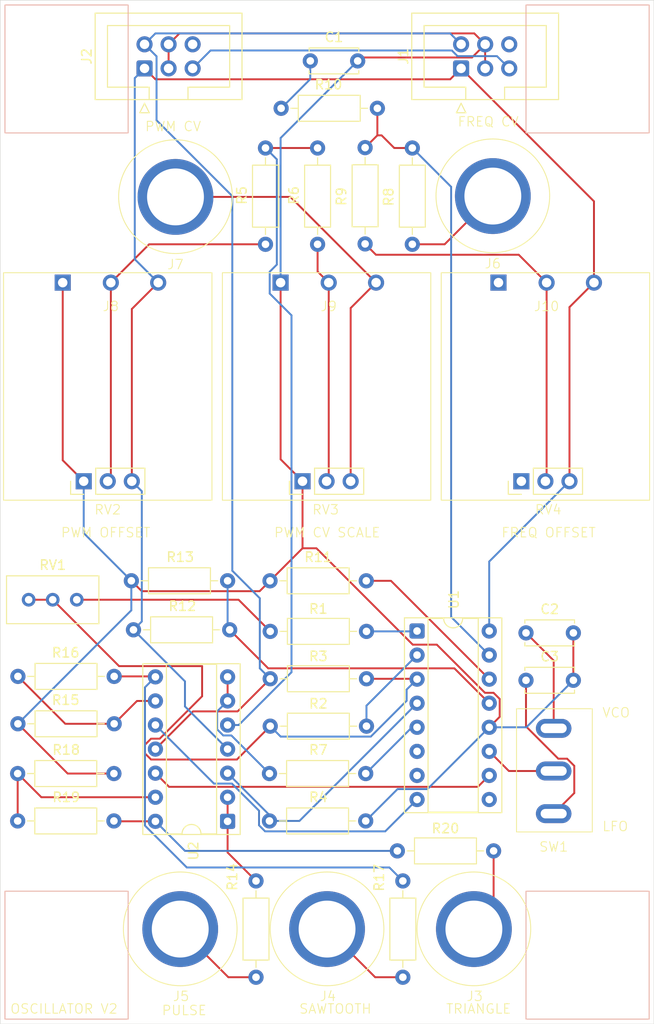
<source format=kicad_pcb>
(kicad_pcb (version 20241229) (generator "pcbnew") (generator_version "9.0")
  (layers (0 "F.Cu" signal) (2 "B.Cu" signal) (13 "F.Paste" user) (15 "B.Paste" user) (5 "F.SilkS" user "F.Silkscreen") (7 "B.SilkS" user "B.Silkscreen") (1 "F.Mask" user) (3 "B.Mask" user) (25 "Edge.Cuts" user))
  (net 0 "")
  (net 1 "Net-(C1-Pad1)")
  (net 2 "GND")
  (net 3 "Net-(SW1-A)")
  (net 4 "Net-(SW1-C)")
  (net 5 "Net-(R1-Pad1)")
  (net 6 "Net-(U1-SCALE1)")
  (net 7 "Net-(U1-VEE)")
  (net 8 "Net-(U1-SCALE2)")
  (net 9 "-12V")
  (net 10 "Net-(U1-VP)")
  (net 11 "Net-(U2B-+)")
  (net 12 "Net-(U1-VPWM)")
  (net 13 "Net-(U2B--)")
  (net 14 "Net-(U1-VFCI)")
  (net 15 "Net-(U1-VS)")
  (net 16 "12V")
  (net 17 "Net-(U1-VLFI)")
  (net 18 "5V")
  (net 19 "Net-(U2C--)")
  (net 20 "Net-(R16-Pad2)")
  (net 21 "Net-(U2D--)")
  (net 22 "Net-(U2A--)")
  (net 23 "Net-(R19-Pad2)")
  (net 24 "Net-(SW1-B)")
  (net 25 "Net-(U1-VSO)")
  (net 26 "Net-(U1-VTO)")
  (net 32 "Net-(J8-Pin_2)")
  (net 34 "Net-(J3-Pin_1)")
  (net 35 "Net-(J4-Pin_1)")
  (net 36 "Net-(J5-Pin_1)")
  (net 37 "Net-(J6-Pin_1)")
  (net 38 "Net-(J7-Pin_1)")
  (net 39 "Net-(J9-Pin_2)")
  (net 41 "Net-(J10-Pin_2)")
  (footprint "Resistor_THT:R_Axial_DIN0207_L6.3mm_D2.5mm_P10.16mm_Horizontal" (layer "F.Cu") (at 89.08 107.59 180)
    (property "Reference" "R7" (at 5 2.5 0) (layer "F.SilkS"))
    (property "Value" "470K")
    (pad "1" thru_hole circle (at 0 0 180) (size 1.6 1.6) (drill 0.8) (layers "*.Cu" "*.Mask") (net 12 "Net-(U1-VPWM)"))
    (pad "2" thru_hole circle (at 10.16 0 180) (size 1.6 1.6) (drill 0.8) (layers "*.Cu" "*.Mask") (net 13 "Net-(U2B--)"))
  )
  (footprint "Resistor_THT:R_Axial_DIN0207_L6.3mm_D2.5mm_P10.16mm_Horizontal" (layer "F.Cu") (at 52.366658 102.339627)
    (property "Reference" "R15" (at 5.04 -2.5 0) (layer "F.SilkS"))
    (property "Value" "100K")
    (pad "1" thru_hole circle (at 0 0) (size 1.6 1.6) (drill 0.8) (layers "*.Cu" "*.Mask") (net 2 "GND"))
    (pad "2" thru_hole circle (at 10.16 0) (size 1.6 1.6) (drill 0.8) (layers "*.Cu" "*.Mask") (net 19 "Net-(U2C--)"))
  )
  (footprint "Resistor_THT:R_Axial_DIN0207_L6.3mm_D2.5mm_P10.16mm_Horizontal" (layer "F.Cu") (at 93 118.92 -90)
    (property "Reference" "R17" (at -0.34 2.5 90) (layer "F.SilkS"))
    (property "Value" "1K")
    (pad "1" thru_hole circle (at 0 0 270) (size 1.6 1.6) (drill 0.8) (layers "*.Cu" "*.Mask") (net 20 "Net-(R16-Pad2)"))
    (pad "2" thru_hole circle (at 10.16 0 270) (size 1.6 1.6) (drill 0.8) (layers "*.Cu" "*.Mask") (net 35 "Net-(J4-Pin_1)"))
  )
  (footprint "Resistor_THT:R_Axial_DIN0207_L6.3mm_D2.5mm_P10.16mm_Horizontal" (layer "F.Cu") (at 74.5 87.25 180)
    (property "Reference" "R13" (at 5 2.5 0) (layer "F.SilkS"))
    (property "Value" "470")
    (pad "1" thru_hole circle (at 0 0 180) (size 1.6 1.6) (drill 0.8) (layers "*.Cu" "*.Mask") (net 17 "Net-(U1-VLFI)"))
    (pad "2" thru_hole circle (at 10.16 0 180) (size 1.6 1.6) (drill 0.8) (layers "*.Cu" "*.Mask") (net 2 "GND"))
  )
  (footprint "modular2:pot" (layer "F.Cu") (at 85.175 58.795)
    (property "Reference" "J9" (at 0 -0.5 0) (layer "F.SilkS") (effects (font (thickness 0.1))))
    (property "Value" "Conn_01x03_Socket")
    (pad "1" thru_hole rect (at -5.08 -3 90) (size 1.7 1.7) (drill 1) (layers "*.Cu" "*.Mask") (net 2 "GND"))
    (pad "2" thru_hole circle (at 0 -3 90) (size 1.7 1.7) (drill 1) (layers "*.Cu" "*.Mask") (net 39 "Net-(J9-Pin_2)"))
    (pad "3" thru_hole circle (at 5 -3 90) (size 1.7 1.7) (drill 1) (layers "*.Cu" "*.Mask") (net 38 "Net-(J7-Pin_1)"))
  )
  (footprint "Resistor_THT:R_Axial_DIN0207_L6.3mm_D2.5mm_P10.16mm_Horizontal" (layer "F.Cu") (at 84 41.59 -90)
    (property "Reference" "R6" (at 5 2.5 90) (layer "F.SilkS"))
    (property "Value" "100K")
    (pad "1" thru_hole circle (at 0 0 270) (size 1.6 1.6) (drill 0.8) (layers "*.Cu" "*.Mask") (net 11 "Net-(U2B-+)"))
    (pad "2" thru_hole circle (at 10.16 0 270) (size 1.6 1.6) (drill 0.8) (layers "*.Cu" "*.Mask") (net 39 "Net-(J9-Pin_2)"))
  )
  (footprint "Resistor_THT:R_Axial_DIN0207_L6.3mm_D2.5mm_P10.16mm_Horizontal" (layer "F.Cu") (at 80.151 37.401)
    (property "Reference" "R10" (at 5 -2.5 0) (layer "F.SilkS"))
    (property "Value" "470")
    (pad "1" thru_hole circle (at 0 0) (size 1.6 1.6) (drill 0.8) (layers "*.Cu" "*.Mask") (net 1 "Net-(C1-Pad1)"))
    (pad "2" thru_hole circle (at 10.16 0) (size 1.6 1.6) (drill 0.8) (layers "*.Cu" "*.Mask") (net 14 "Net-(U1-VFCI)"))
  )
  (footprint "Resistor_THT:R_Axial_DIN0207_L6.3mm_D2.5mm_P10.16mm_Horizontal" (layer "F.Cu") (at 78.5 41.59 -90)
    (property "Reference" "R5" (at 5 2.5 90) (layer "F.SilkS"))
    (property "Value" "100K")
    (pad "1" thru_hole circle (at 0 0 270) (size 1.6 1.6) (drill 0.8) (layers "*.Cu" "*.Mask") (net 11 "Net-(U2B-+)"))
    (pad "2" thru_hole circle (at 10.16 0 270) (size 1.6 1.6) (drill 0.8) (layers "*.Cu" "*.Mask") (net 32 "Net-(J8-Pin_2)"))
  )
  (footprint "modular2:banana-jack" (layer "F.Cu") (at 102.5 60.662469)
    (property "Reference" "J6" (at 0 -6.872469 0) (layer "F.SilkS") (effects (font (thickness 0.1))))
    (property "Value" "Frequency CV Input")
    (pad "1" thru_hole circle (at 0 -14) (size 8 8) (drill 6) (layers "*.Cu" "*.Mask") (net 37 "Net-(J6-Pin_1)"))
  )
  (footprint "Resistor_THT:R_Axial_DIN0207_L6.3mm_D2.5mm_P10.16mm_Horizontal" (layer "F.Cu") (at 79 97.59)
    (property "Reference" "R3" (at 5.08 -2.37 0) (layer "F.SilkS"))
    (property "Value" "620")
    (pad "1" thru_hole circle (at 0 0) (size 1.6 1.6) (drill 0.8) (layers "*.Cu" "*.Mask") (net 9 "-12V"))
    (pad "2" thru_hole circle (at 10.16 0) (size 1.6 1.6) (drill 0.8) (layers "*.Cu" "*.Mask") (net 7 "Net-(U1-VEE)"))
  )
  (footprint "Resistor_THT:R_Axial_DIN0207_L6.3mm_D2.5mm_P10.16mm_Horizontal" (layer "F.Cu") (at 92.42 115.75)
    (property "Reference" "R20" (at 5.08 -2.37 0) (layer "F.SilkS"))
    (property "Value" "1K")
    (pad "1" thru_hole circle (at 0 0) (size 1.6 1.6) (drill 0.8) (layers "*.Cu" "*.Mask") (net 23 "Net-(R19-Pad2)"))
    (pad "2" thru_hole circle (at 10.16 0) (size 1.6 1.6) (drill 0.8) (layers "*.Cu" "*.Mask") (net 34 "Net-(J3-Pin_1)"))
  )
  (footprint "Resistor_THT:R_Axial_DIN0207_L6.3mm_D2.5mm_P10.16mm_Horizontal" (layer "F.Cu") (at 77.5 129.08 90)
    (property "Reference" "R14" (at 10.58 -2.5 270) (layer "F.SilkS"))
    (property "Value" "1K")
    (pad "1" thru_hole circle (at 0 0 90) (size 1.6 1.6) (drill 0.8) (layers "*.Cu" "*.Mask") (net 36 "Net-(J5-Pin_1)"))
    (pad "2" thru_hole circle (at 10.16 0 90) (size 1.6 1.6) (drill 0.8) (layers "*.Cu" "*.Mask") (net 22 "Net-(U2A--)"))
  )
  (footprint "modular2:banana-jack" (layer "F.Cu") (at 69 60.75)
    (property "Reference" "J7" (at 0 -6.872469 0) (layer "F.SilkS") (effects (font (thickness 0.1))))
    (property "Value" "PWM CV Input")
    (pad "1" thru_hole circle (at 0 -14) (size 8 8) (drill 6) (layers "*.Cu" "*.Mask") (net 38 "Net-(J7-Pin_1)"))
  )
  (footprint "Capacitor_THT:C_Disc_D5.0mm_W2.5mm_P5.00mm" (layer "F.Cu") (at 83.231 32.401)
    (property "Reference" "C1" (at 2.5 -2.5 0) (layer "F.SilkS"))
    (property "Value" "10nF")
    (pad "1" thru_hole circle (at 0 0) (size 1.6 1.6) (drill 0.8) (layers "*.Cu" "*.Mask") (net 1 "Net-(C1-Pad1)"))
    (pad "2" thru_hole circle (at 5 0) (size 1.6 1.6) (drill 0.8) (layers "*.Cu" "*.Mask") (net 2 "GND"))
  )
  (footprint "modular2:pot-socket" (layer "F.Cu") (at 60.85 68.75)
    (property "Reference" "RV2" (at 1 11 0) (layer "F.SilkS") (effects (font (thickness 0.1))))
    (property "Value" "100K")
    (pad "" np_thru_hole circle (at -7.5 -11.5) (size 2.2 2.2) (drill 2.2) (layers "*.Cu" "*.Mask"))
    (pad "" np_thru_hole circle (at 9.55 -11.5) (size 2.2 2.2) (drill 2.2) (layers "*.Cu" "*.Mask"))
    (pad "1" thru_hole rect (at -1.54 8 90) (size 1.7 1.7) (drill 1) (layers "*.Cu" "*.Mask") (net 2 "GND"))
    (pad "2" thru_hole circle (at 1 8 90) (size 1.7 1.7) (drill 1) (layers "*.Cu" "*.Mask") (net 32 "Net-(J8-Pin_2)"))
    (pad "3" thru_hole circle (at 3.54 8 90) (size 1.7 1.7) (drill 1) (layers "*.Cu" "*.Mask") (net 16 "12V"))
  )
  (footprint "Resistor_THT:R_Axial_DIN0207_L6.3mm_D2.5mm_P10.16mm_Horizontal" (layer "F.Cu") (at 62.5 107.59 180)
    (property "Reference" "R18" (at 5.04 2.5 0) (layer "F.SilkS"))
    (property "Value" "13K")
    (pad "1" thru_hole circle (at 0 0 180) (size 1.6 1.6) (drill 0.8) (layers "*.Cu" "*.Mask") (net 2 "GND"))
    (pad "2" thru_hole circle (at 10.16 0 180) (size 1.6 1.6) (drill 0.8) (layers "*.Cu" "*.Mask") (net 21 "Net-(U2D--)"))
  )
  (footprint "Connector_IDC:IDC-Header_2x03_P2.54mm_Vertical" (layer "F.Cu") (at 65.731 33.191 90)
    (property "Reference" "J2" (at 1.27 -6.1 90) (layer "F.SilkS"))
    (property "Value" "Output")
    (pad "1" thru_hole roundrect (at 0 0 90) (size 1.7 1.7) (drill 1) (layers "*.Cu" "*.Mask") (roundrect_rratio 0.147059) (net 16 "12V"))
    (pad "2" thru_hole circle (at 2.54 0 90) (size 1.7 1.7) (drill 1) (layers "*.Cu" "*.Mask") (net 9 "-12V"))
    (pad "3" thru_hole circle (at 0 2.54 90) (size 1.7 1.7) (drill 1) (layers "*.Cu" "*.Mask") (net 2 "GND"))
    (pad "4" thru_hole circle (at 2.54 2.54 90) (size 1.7 1.7) (drill 1) (layers "*.Cu" "*.Mask") (net 2 "GND"))
    (pad "5" thru_hole circle (at 0 5.08 90) (size 1.7 1.7) (drill 1) (layers "*.Cu" "*.Mask") (net 18 "5V"))
    (pad "6" thru_hole circle (at 2.54 5.08 90) (size 1.7 1.7) (drill 1) (layers "*.Cu" "*.Mask"))
  )
  (footprint "Resistor_THT:R_Axial_DIN0207_L6.3mm_D2.5mm_P10.16mm_Horizontal" (layer "F.Cu") (at 89.016549 51.710809 90)
    (property "Reference" "R9" (at 5 -2.5 90) (layer "F.SilkS"))
    (property "Value" "100K")
    (pad "1" thru_hole circle (at 0 0 90) (size 1.6 1.6) (drill 0.8) (layers "*.Cu" "*.Mask") (net 41 "Net-(J10-Pin_2)"))
    (pad "2" thru_hole circle (at 10.16 0 90) (size 1.6 1.6) (drill 0.8) (layers "*.Cu" "*.Mask") (net 14 "Net-(U1-VFCI)"))
  )
  (footprint "modular2:pot-socket" (layer "F.Cu") (at 83.95 68.75)
    (property "Reference" "RV3" (at 0.9 11 0) (layer "F.SilkS") (effects (font (thickness 0.1))))
    (property "Value" "100K")
    (pad "" np_thru_hole circle (at -7.5 -11.5) (size 2.2 2.2) (drill 2.2) (layers "*.Cu" "*.Mask"))
    (pad "" np_thru_hole circle (at 9.55 -11.5) (size 2.2 2.2) (drill 2.2) (layers "*.Cu" "*.Mask"))
    (pad "1" thru_hole rect (at -1.54 8 90) (size 1.7 1.7) (drill 1) (layers "*.Cu" "*.Mask") (net 2 "GND"))
    (pad "2" thru_hole circle (at 1 8 90) (size 1.7 1.7) (drill 1) (layers "*.Cu" "*.Mask") (net 39 "Net-(J9-Pin_2)"))
    (pad "3" thru_hole circle (at 3.54 8 90) (size 1.7 1.7) (drill 1) (layers "*.Cu" "*.Mask") (net 38 "Net-(J7-Pin_1)"))
  )
  (footprint "modular2:switch1" (layer "F.Cu") (at 108.921738 115.821456)
    (property "Reference" "SW1" (at 0 -0.5 0) (layer "F.SilkS") (effects (font (thickness 0.1))))
    (property "Value" "LFO Switch")
    (pad "1" thru_hole oval (at 0 -4) (size 3.75 2) (drill oval 2.75 1) (layers "*.Cu" "*.Mask") (net 4 "Net-(SW1-C)"))
    (pad "2" thru_hole oval (at 0 -8.5) (size 3.75 2) (drill oval 2.75 1) (layers "*.Cu" "*.Mask") (net 24 "Net-(SW1-B)"))
    (pad "3" thru_hole oval (at 0 -13) (size 3.75 2) (drill oval 2.75 1) (layers "*.Cu" "*.Mask") (net 3 "Net-(SW1-A)"))
  )
  (footprint "Potentiometer_THT:Potentiometer_Bourns_3296W_Vertical" (layer "F.Cu") (at 58.58 89.25)
    (property "Reference" "RV1" (at -2.54 -3.66 0) (layer "F.SilkS"))
    (property "Value" "10K")
    (pad "1" thru_hole circle (at 0 0) (size 1.44 1.44) (drill 0.8) (layers "*.Cu" "*.Mask") (net 5 "Net-(R1-Pad1)"))
    (pad "2" thru_hole circle (at -2.54 0) (size 1.44 1.44) (drill 0.8) (layers "*.Cu" "*.Mask") (net 7 "Net-(U1-VEE)"))
    (pad "3" thru_hole circle (at -5.08 0) (size 1.44 1.44) (drill 0.8) (layers "*.Cu" "*.Mask") (net 7 "Net-(U1-VEE)"))
  )
  (footprint "modular2:pot" (layer "F.Cu") (at 62.175 58.795)
    (property "Reference" "J8" (at 0 -0.5 0) (layer "F.SilkS") (effects (font (thickness 0.1))))
    (property "Value" "Conn_01x03_Socket")
    (pad "1" thru_hole rect (at -5.08 -3 90) (size 1.7 1.7) (drill 1) (layers "*.Cu" "*.Mask") (net 2 "GND"))
    (pad "2" thru_hole circle (at 0 -3 90) (size 1.7 1.7) (drill 1) (layers "*.Cu" "*.Mask") (net 32 "Net-(J8-Pin_2)"))
    (pad "3" thru_hole circle (at 5 -3 90) (size 1.7 1.7) (drill 1) (layers "*.Cu" "*.Mask") (net 16 "12V"))
  )
  (footprint "Resistor_THT:R_Axial_DIN0207_L6.3mm_D2.5mm_P10.16mm_Horizontal" (layer "F.Cu") (at 74.724244 92.424393 180)
    (property "Reference" "R12" (at 5 2.5 0) (layer "F.SilkS"))
    (property "Value" "1.5M")
    (pad "1" thru_hole circle (at 0 0 180) (size 1.6 1.6) (drill 0.8) (layers "*.Cu" "*.Mask") (net 17 "Net-(U1-VLFI)"))
    (pad "2" thru_hole circle (at 10.16 0 180) (size 1.6 1.6) (drill 0.8) (layers "*.Cu" "*.Mask") (net 16 "12V"))
  )
  (footprint "Package_DIP:DIP-16_W7.62mm_Socket" (layer "F.Cu") (at 94.5 92.55)
    (property "Reference" "U1" (at 3.885 -3.315 90) (layer "F.SilkS"))
    (property "Value" "AS3340-custom")
    (pad "1" thru_hole roundrect (at 0 0) (size 1.6 1.6) (drill 0.8) (layers "*.Cu" "*.Mask") (roundrect_rratio 0.15625) (net 6 "Net-(U1-SCALE1)"))
    (pad "2" thru_hole circle (at 0 2.54) (size 1.6 1.6) (drill 0.8) (layers "*.Cu" "*.Mask") (net 8 "Net-(U1-SCALE2)"))
    (pad "3" thru_hole circle (at 0 5.08) (size 1.6 1.6) (drill 0.8) (layers "*.Cu" "*.Mask") (net 7 "Net-(U1-VEE)"))
    (pad "4" thru_hole circle (at 0 7.62) (size 1.6 1.6) (drill 0.8) (layers "*.Cu" "*.Mask") (net 10 "Net-(U1-VP)"))
    (pad "5" thru_hole circle (at 0 10.16) (size 1.6 1.6) (drill 0.8) (layers "*.Cu" "*.Mask") (net 12 "Net-(U1-VPWM)"))
    (pad "6" thru_hole circle (at 0 12.7) (size 1.6 1.6) (drill 0.8) (layers "*.Cu" "*.Mask"))
    (pad "7" thru_hole circle (at 0 15.24) (size 1.6 1.6) (drill 0.8) (layers "*.Cu" "*.Mask"))
    (pad "8" thru_hole circle (at 0 17.78) (size 1.6 1.6) (drill 0.8) (layers "*.Cu" "*.Mask") (net 25 "Net-(U1-VSO)"))
    (pad "9" thru_hole circle (at 7.62 17.78) (size 1.6 1.6) (drill 0.8) (layers "*.Cu" "*.Mask"))
    (pad "10" thru_hole circle (at 7.62 15.24) (size 1.6 1.6) (drill 0.8) (layers "*.Cu" "*.Mask") (net 26 "Net-(U1-VTO)"))
    (pad "11" thru_hole circle (at 7.62 12.7) (size 1.6 1.6) (drill 0.8) (layers "*.Cu" "*.Mask") (net 24 "Net-(SW1-B)"))
    (pad "12" thru_hole circle (at 7.62 10.16) (size 1.6 1.6) (drill 0.8) (layers "*.Cu" "*.Mask") (net 2 "GND"))
    (pad "13" thru_hole circle (at 7.62 7.62) (size 1.6 1.6) (drill 0.8) (layers "*.Cu" "*.Mask") (net 17 "Net-(U1-VLFI)"))
    (pad "14" thru_hole circle (at 7.62 5.08) (size 1.6 1.6) (drill 0.8) (layers "*.Cu" "*.Mask") (net 15 "Net-(U1-VS)"))
    (pad "15" thru_hole circle (at 7.62 2.54) (size 1.6 1.6) (drill 0.8) (layers "*.Cu" "*.Mask") (net 14 "Net-(U1-VFCI)"))
    (pad "16" thru_hole circle (at 7.62 0) (size 1.6 1.6) (drill 0.8) (layers "*.Cu" "*.Mask") (net 16 "12V"))
  )
  (footprint "modular2:banana-jack" (layer "F.Cu") (at 100.5 124)
    (property "Reference" "J3" (at 0.09 7.087531 0) (layer "F.SilkS") (effects (font (thickness 0.1))))
    (property "Value" "Triangle Output")
    (pad "1" thru_hole circle (at 0 0) (size 8 8) (drill 6) (layers "*.Cu" "*.Mask") (net 34 "Net-(J3-Pin_1)"))
  )
  (footprint "Resistor_THT:R_Axial_DIN0207_L6.3mm_D2.5mm_P10.16mm_Horizontal" (layer "F.Cu") (at 52.34 112.59)
    (property "Reference" "R19" (at 5.12 -2.5 0) (layer "F.SilkS"))
    (property "Value" "20K")
    (pad "1" thru_hole circle (at 0 0) (size 1.6 1.6) (drill 0.8) (layers "*.Cu" "*.Mask") (net 21 "Net-(U2D--)"))
    (pad "2" thru_hole circle (at 10.16 0) (size 1.6 1.6) (drill 0.8) (layers "*.Cu" "*.Mask") (net 23 "Net-(R19-Pad2)"))
  )
  (footprint "Package_DIP:DIP-14_W7.62mm_Socket" (layer "F.Cu") (at 74.5 112.63 180)
    (property "Reference" "U2" (at 3.6 -3.12 90) (layer "F.SilkS"))
    (property "Value" "TL074")
    (pad "1" thru_hole roundrect (at 0 0 180) (size 1.6 1.6) (drill 0.8) (layers "*.Cu" "*.Mask") (roundrect_rratio 0.15625) (net 22 "Net-(U2A--)"))
    (pad "2" thru_hole circle (at 0 2.54 180) (size 1.6 1.6) (drill 0.8) (layers "*.Cu" "*.Mask") (net 22 "Net-(U2A--)"))
    (pad "3" thru_hole circle (at 0 5.08 180) (size 1.6 1.6) (drill 0.8) (layers "*.Cu" "*.Mask") (net 10 "Net-(U1-VP)"))
    (pad "4" thru_hole circle (at 0 7.62 180) (size 1.6 1.6) (drill 0.8) (layers "*.Cu" "*.Mask") (net 16 "12V"))
    (pad "5" thru_hole circle (at 0 10.16 180) (size 1.6 1.6) (drill 0.8) (layers "*.Cu" "*.Mask") (net 11 "Net-(U2B-+)"))
    (pad "6" thru_hole circle (at 0 12.7 180) (size 1.6 1.6) (drill 0.8) (layers "*.Cu" "*.Mask") (net 13 "Net-(U2B--)"))
    (pad "7" thru_hole circle (at 0 15.24 180) (size 1.6 1.6) (drill 0.8) (layers "*.Cu" "*.Mask") (net 13 "Net-(U2B--)"))
    (pad "8" thru_hole circle (at 7.62 15.24 180) (size 1.6 1.6) (drill 0.8) (layers "*.Cu" "*.Mask") (net 20 "Net-(R16-Pad2)"))
    (pad "9" thru_hole circle (at 7.62 12.7 180) (size 1.6 1.6) (drill 0.8) (layers "*.Cu" "*.Mask") (net 19 "Net-(U2C--)"))
    (pad "10" thru_hole circle (at 7.62 10.16 180) (size 1.6 1.6) (drill 0.8) (layers "*.Cu" "*.Mask") (net 25 "Net-(U1-VSO)"))
    (pad "11" thru_hole circle (at 7.62 7.62 180) (size 1.6 1.6) (drill 0.8) (layers "*.Cu" "*.Mask") (net 9 "-12V"))
    (pad "12" thru_hole circle (at 7.62 5.08 180) (size 1.6 1.6) (drill 0.8) (layers "*.Cu" "*.Mask") (net 26 "Net-(U1-VTO)"))
    (pad "13" thru_hole circle (at 7.62 2.54 180) (size 1.6 1.6) (drill 0.8) (layers "*.Cu" "*.Mask") (net 21 "Net-(U2D--)"))
    (pad "14" thru_hole circle (at 7.62 0 180) (size 1.6 1.6) (drill 0.8) (layers "*.Cu" "*.Mask") (net 23 "Net-(R19-Pad2)"))
  )
  (footprint "modular2:pot-socket" (layer "F.Cu") (at 107.05 68.75)
    (property "Reference" "RV4" (at 1.3 11 0) (layer "F.SilkS") (effects (font (thickness 0.1))))
    (property "Value" "100K")
    (pad "" np_thru_hole circle (at -7.5 -11.5) (size 2.2 2.2) (drill 2.2) (layers "*.Cu" "*.Mask"))
    (pad "" np_thru_hole circle (at 9.55 -11.5) (size 2.2 2.2) (drill 2.2) (layers "*.Cu" "*.Mask"))
    (pad "1" thru_hole rect (at -1.54 8 90) (size 1.7 1.7) (drill 1) (layers "*.Cu" "*.Mask"))
    (pad "2" thru_hole circle (at 1 8 90) (size 1.7 1.7) (drill 1) (layers "*.Cu" "*.Mask") (net 41 "Net-(J10-Pin_2)"))
    (pad "3" thru_hole circle (at 3.54 8 90) (size 1.7 1.7) (drill 1) (layers "*.Cu" "*.Mask") (net 16 "12V"))
  )
  (footprint "Resistor_THT:R_Axial_DIN0207_L6.3mm_D2.5mm_P10.16mm_Horizontal" (layer "F.Cu") (at 89.139113 87.254358 180)
    (property "Reference" "R11" (at 5.08 2.5 0) (layer "F.SilkS"))
    (property "Value" "1.8K")
    (pad "1" thru_hole circle (at 0 0 180) (size 1.6 1.6) (drill 0.8) (layers "*.Cu" "*.Mask") (net 15 "Net-(U1-VS)"))
    (pad "2" thru_hole circle (at 10.16 0 180) (size 1.6 1.6) (drill 0.8) (layers "*.Cu" "*.Mask") (net 2 "GND"))
  )
  (footprint "Resistor_THT:R_Axial_DIN0207_L6.3mm_D2.5mm_P10.16mm_Horizontal" (layer "F.Cu") (at 94 51.75 90)
    (property "Reference" "R8" (at 5 -2.5 90) (layer "F.SilkS"))
    (property "Value" "100K")
    (pad "1" thru_hole circle (at 0 0 90) (size 1.6 1.6) (drill 0.8) (layers "*.Cu" "*.Mask") (net 37 "Net-(J6-Pin_1)"))
    (pad "2" thru_hole circle (at 10.16 0 90) (size 1.6 1.6) (drill 0.8) (layers "*.Cu" "*.Mask") (net 14 "Net-(U1-VFCI)"))
  )
  (footprint "modular2:pot" (layer "F.Cu") (at 108.175 58.795)
    (property "Reference" "J10" (at 0 -0.5 0) (layer "F.SilkS") (effects (font (thickness 0.1))))
    (property "Value" "Conn_01x03_Socket")
    (pad "1" thru_hole rect (at -5.08 -3 90) (size 1.7 1.7) (drill 1) (layers "*.Cu" "*.Mask"))
    (pad "2" thru_hole circle (at 0 -3 90) (size 1.7 1.7) (drill 1) (layers "*.Cu" "*.Mask") (net 41 "Net-(J10-Pin_2)"))
    (pad "3" thru_hole circle (at 5 -3 90) (size 1.7 1.7) (drill 1) (layers "*.Cu" "*.Mask") (net 16 "12V"))
  )
  (footprint "Resistor_THT:R_Axial_DIN0207_L6.3mm_D2.5mm_P10.16mm_Horizontal" (layer "F.Cu") (at 79 102.59)
    (property "Reference" "R2" (at 5.08 -2.37 0) (layer "F.SilkS"))
    (property "Value" "5.6K")
    (pad "1" thru_hole circle (at 0 0) (size 1.6 1.6) (drill 0.8) (layers "*.Cu" "*.Mask") (net 7 "Net-(U1-VEE)"))
    (pad "2" thru_hole circle (at 10.16 0) (size 1.6 1.6) (drill 0.8) (layers "*.Cu" "*.Mask") (net 8 "Net-(U1-SCALE2)"))
  )
  (footprint "Connector_IDC:IDC-Header_2x03_P2.54mm_Vertical" (layer "F.Cu") (at 99.151 33.191 90)
    (property "Reference" "J1" (at 1.27 -6.1 90) (layer "F.SilkS"))
    (property "Value" "Output")
    (pad "1" thru_hole roundrect (at 0 0 90) (size 1.7 1.7) (drill 1) (layers "*.Cu" "*.Mask") (roundrect_rratio 0.147059) (net 16 "12V"))
    (pad "2" thru_hole circle (at 2.54 0 90) (size 1.7 1.7) (drill 1) (layers "*.Cu" "*.Mask") (net 9 "-12V"))
    (pad "3" thru_hole circle (at 0 2.54 90) (size 1.7 1.7) (drill 1) (layers "*.Cu" "*.Mask") (net 2 "GND"))
    (pad "4" thru_hole circle (at 2.54 2.54 90) (size 1.7 1.7) (drill 1) (layers "*.Cu" "*.Mask") (net 2 "GND"))
    (pad "5" thru_hole circle (at 0 5.08 90) (size 1.7 1.7) (drill 1) (layers "*.Cu" "*.Mask") (net 18 "5V"))
    (pad "6" thru_hole circle (at 2.54 5.08 90) (size 1.7 1.7) (drill 1) (layers "*.Cu" "*.Mask"))
  )
  (footprint "Resistor_THT:R_Axial_DIN0207_L6.3mm_D2.5mm_P10.16mm_Horizontal" (layer "F.Cu") (at 89.08 112.59 180)
    (property "Reference" "R4" (at 5 2.5 0) (layer "F.SilkS"))
    (property "Value" "51K")
    (pad "1" thru_hole circle (at 0 0 180) (size 1.6 1.6) (drill 0.8) (layers "*.Cu" "*.Mask") (net 2 "GND"))
    (pad "2" thru_hole circle (at 10.16 0 180) (size 1.6 1.6) (drill 0.8) (layers "*.Cu" "*.Mask") (net 10 "Net-(U1-VP)"))
  )
  (footprint "modular2:banana-jack" (layer "F.Cu") (at 85 124)
    (property "Reference" "J4" (at 0.09 7.087531 0) (layer "F.SilkS") (effects (font (thickness 0.1))))
    (property "Value" "Saw Output")
    (pad "1" thru_hole circle (at 0 0) (size 8 8) (drill 6) (layers "*.Cu" "*.Mask") (net 35 "Net-(J4-Pin_1)"))
  )
  (footprint "Capacitor_THT:C_Disc_D5.0mm_W2.5mm_P5.00mm" (layer "F.Cu") (at 106 92.75)
    (property "Reference" "C2" (at 2.5 -2.5 0) (layer "F.SilkS"))
    (property "Value" "4.7nF")
    (pad "1" thru_hole circle (at 0 0) (size 1.6 1.6) (drill 0.8) (layers "*.Cu" "*.Mask") (net 3 "Net-(SW1-A)"))
    (pad "2" thru_hole circle (at 5 0) (size 1.6 1.6) (drill 0.8) (layers "*.Cu" "*.Mask") (net 2 "GND"))
  )
  (footprint "modular2:banana-jack" (layer "F.Cu") (at 69.5 124)
    (property "Reference" "J5" (at 0.09 7.087531 0) (layer "F.SilkS") (effects (font (thickness 0.1))))
    (property "Value" "Pulse Output")
    (pad "1" thru_hole circle (at 0 0) (size 8 8) (drill 6) (layers "*.Cu" "*.Mask") (net 36 "Net-(J5-Pin_1)"))
  )
  (footprint "Capacitor_THT:C_Disc_D5.0mm_W2.5mm_P5.00mm" (layer "F.Cu") (at 106 97.75)
    (property "Reference" "C3" (at 2.5 -2.5 0) (layer "F.SilkS"))
    (property "Value" "470nF")
    (pad "1" thru_hole circle (at 0 0) (size 1.6 1.6) (drill 0.8) (layers "*.Cu" "*.Mask") (net 4 "Net-(SW1-C)"))
    (pad "2" thru_hole circle (at 5 0) (size 1.6 1.6) (drill 0.8) (layers "*.Cu" "*.Mask") (net 2 "GND"))
  )
  (footprint "Resistor_THT:R_Axial_DIN0207_L6.3mm_D2.5mm_P10.16mm_Horizontal" (layer "F.Cu") (at 52.366658 97.339627)
    (property "Reference" "R16" (at 5.04 -2.5 0) (layer "F.SilkS"))
    (property "Value" "24K")
    (pad "1" thru_hole circle (at 0 0) (size 1.6 1.6) (drill 0.8) (layers "*.Cu" "*.Mask") (net 19 "Net-(U2C--)"))
    (pad "2" thru_hole circle (at 10.16 0) (size 1.6 1.6) (drill 0.8) (layers "*.Cu" "*.Mask") (net 20 "Net-(R16-Pad2)"))
  )
  (footprint "Resistor_THT:R_Axial_DIN0207_L6.3mm_D2.5mm_P10.16mm_Horizontal" (layer "F.Cu") (at 79 92.59)
    (property "Reference" "R1" (at 5.08 -2.37 0) (layer "F.SilkS"))
    (property "Value" "24K")
    (pad "1" thru_hole circle (at 0 0) (size 1.6 1.6) (drill 0.8) (layers "*.Cu" "*.Mask") (net 5 "Net-(R1-Pad1)"))
    (pad "2" thru_hole circle (at 10.16 0) (size 1.6 1.6) (drill 0.8) (layers "*.Cu" "*.Mask") (net 6 "Net-(U1-SCALE1)"))
  )
  (gr_rect (start 105 100.75) (end 113 113.75) (stroke (width 0.1)) (fill no) (layer "F.SilkS"))
  (gr_rect (start 106 120) (end 119 133.5) (stroke (width 0.1)) (fill no) (layer "B.SilkS"))
  (gr_rect (start 106 26.5) (end 119 40) (stroke (width 0.1)) (fill no) (layer "B.SilkS"))
  (gr_rect (start 51 120) (end 64 133.5) (stroke (width 0.1)) (fill no) (layer "B.SilkS"))
  (gr_rect (start 51 26.5) (end 64 40) (stroke (width 0.1)) (fill no) (layer "B.SilkS"))
  (gr_rect (start 50.5 26) (end 119.5 134) (stroke (width 0.05)) (fill no) (layer "Edge.Cuts"))
  (gr_text "PWM OFFSET" (at 56.85 82.75 0) (layer "F.SilkS") (effects (font (size 1 1) (thickness 0.1)) (justify left bottom)))
  (gr_text "SAWTOOTH" (at 82 133 0) (layer "F.SilkS") (effects (font (size 1 1) (thickness 0.1)) (justify left bottom)))
  (gr_text "FREQ OFFSET" (at 103.35 82.75 0) (layer "F.SilkS") (effects (font (size 1 1) (thickness 0.1)) (justify left bottom)))
  (gr_text "PWM CV SCALE" (at 79.35 82.75 0) (layer "F.SilkS") (effects (font (size 1 1) (thickness 0.1)) (justify left bottom)))
  (gr_text "LFO" (at 114 113.75 0) (layer "F.SilkS") (effects (font (size 1 1) (thickness 0.1)) (justify left bottom)))
  (gr_text "VCO" (at 114 101.75 0) (layer "F.SilkS") (effects (font (size 1 1) (thickness 0.1)) (justify left bottom)))
  (gr_text "OSCILLATOR V2" (at 51.5 133 0) (layer "F.SilkS") (effects (font (size 1 1) (thickness 0.1)) (justify left bottom)))
  (gr_text "FREQ CV" (at 98.731 39.401 0) (layer "F.SilkS") (effects (font (size 1 1) (thickness 0.1)) (justify left bottom)))
  (gr_text "PWM CV" (at 65.731 39.901 0) (layer "F.SilkS") (effects (font (size 1 1) (thickness 0.1)) (justify left bottom)))
  (gr_text "TRIANGLE" (at 97.5 133 0) (layer "F.SilkS") (effects (font (size 1 1) (thickness 0.1)) (justify left bottom)))
  (gr_text "PULSE" (at 67.5 133.162469 0) (layer "F.SilkS") (effects (font (size 1 1) (thickness 0.1)) (justify left bottom)))
  (segment (start 83.231 34.321) (end 80.151 37.401) (width 0.2) (layer "B.Cu") (net 1))
  (segment (start 83.231 32.401) (end 83.231 34.321) (width 0.2) (layer "B.Cu") (net 1))
  (segment (start 82.41 76.75) (end 82.41 83.823471) (width 0.2) (layer "F.Cu") (net 2))
  (segment (start 57.617031 107.59) (end 52.366658 102.339627) (width 0.2) (layer "F.Cu") (net 2))
  (segment (start 82.41 83.823471) (end 78.979113 87.254358) (width 0.2) (layer "F.Cu") (net 2))
  (segment (start 69.422 29.5) (end 100.54 29.5) (width 0.2) (layer "F.Cu") (net 2))
  (segment (start 80.095 55.795) (end 80.095 74.435) (width 0.2) (layer "F.Cu") (net 2))
  (segment (start 68.271 30.651) (end 69.422 29.5) (width 0.2) (layer "F.Cu") (net 2))
  (segment (start 77.882471 88.351) (end 65.441 88.351) (width 0.2) (layer "F.Cu") (net 2))
  (segment (start 96.58395 93.989) (end 101.66395 99.069) (width 0.2) (layer "F.Cu") (net 2))
  (segment (start 82.41 83.823471) (end 83.878421 83.823471) (width 0.2) (layer "F.Cu") (net 2))
  (segment (start 111 92.75) (end 111 97.75) (width 0.2) (layer "F.Cu") (net 2))
  (segment (start 94.04395 93.989) (end 96.58395 93.989) (width 0.2) (layer "F.Cu") (net 2))
  (segment (start 88.231 32.401) (end 88.592 32.04) (width 0.2) (layer "F.Cu") (net 2))
  (segment (start 78.979113 87.254358) (end 77.882471 88.351) (width 0.2) (layer "F.Cu") (net 2))
  (segment (start 83.878421 83.823471) (end 94.04395 93.989) (width 0.2) (layer "F.Cu") (net 2))
  (segment (start 57.095 74.535) (end 59.31 76.75) (width 0.2) (layer "F.Cu") (net 2))
  (segment (start 62.5 107.59) (end 57.617031 107.59) (width 0.2) (layer "F.Cu") (net 2))
  (segment (start 80.095 74.435) (end 82.41 76.75) (width 0.2) (layer "F.Cu") (net 2))
  (segment (start 103.221 101.609) (end 102.12 102.71) (width 0.2) (layer "F.Cu") (net 2))
  (segment (start 102.57605 99.069) (end 103.221 99.71395) (width 0.2) (layer "F.Cu") (net 2))
  (segment (start 101.66395 99.069) (end 102.57605 99.069) (width 0.2) (layer "F.Cu") (net 2))
  (segment (start 100.302 32.04) (end 101.691 30.651) (width 0.2) (layer "F.Cu") (net 2))
  (segment (start 101.691 30.651) (end 101.691 33.191) (width 0.2) (layer "F.Cu") (net 2))
  (segment (start 65.441 88.351) (end 64.34 87.25) (width 0.2) (layer "F.Cu") (net 2))
  (segment (start 103.221 99.71395) (end 103.221 101.609) (width 0.2) (layer "F.Cu") (net 2))
  (segment (start 88.592 32.04) (end 100.302 32.04) (width 0.2) (layer "F.Cu") (net 2))
  (segment (start 100.54 29.5) (end 101.691 30.651) (width 0.2) (layer "F.Cu") (net 2))
  (segment (start 57.095 55.795) (end 57.095 74.535) (width 0.2) (layer "F.Cu") (net 2))
  (segment (start 68.271 30.651) (end 68.271 33.191) (width 0.2) (layer "F.Cu") (net 2))
  (segment (start 92.441 109.229) (end 95.601 109.229) (width 0.2) (layer "B.Cu") (net 2))
  (segment (start 80.095 40.537) (end 80.095 55.795) (width 0.2) (layer "B.Cu") (net 2))
  (segment (start 95.601 109.229) (end 102.12 102.71) (width 0.2) (layer "B.Cu") (net 2))
  (segment (start 64.34 87.25) (end 64.34 90.366285) (width 0.2) (layer "B.Cu") (net 2))
  (segment (start 88.231 32.401) (end 80.095 40.537) (width 0.2) (layer "B.Cu") (net 2))
  (segment (start 111 97.75) (end 106.04 102.71) (width 0.2) (layer "B.Cu") (net 2))
  (segment (start 64.34 90.366285) (end 52.366658 102.339627) (width 0.2) (layer "B.Cu") (net 2))
  (segment (start 59.31 82.22) (end 64.34 87.25) (width 0.2) (layer "B.Cu") (net 2))
  (segment (start 106.04 102.71) (end 102.12 102.71) (width 0.2) (layer "B.Cu") (net 2))
  (segment (start 59.31 76.75) (end 59.31 82.22) (width 0.2) (layer "B.Cu") (net 2))
  (segment (start 89.08 112.59) (end 92.441 109.229) (width 0.2) (layer "B.Cu") (net 2))
  (segment (start 106 92.75) (end 108.921738 95.671738) (width 0.2) (layer "F.Cu") (net 3))
  (segment (start 108.921738 95.671738) (end 108.921738 102.821456) (width 0.2) (layer "F.Cu") (net 3))
  (segment (start 111.097738 106.782564) (end 111.097738 109.645456) (width 0.2) (layer "F.Cu") (net 4))
  (segment (start 111.097738 109.645456) (end 108.921738 111.821456) (width 0.2) (layer "F.Cu") (net 4))
  (segment (start 110.33563 106.020456) (end 111.097738 106.782564) (width 0.2) (layer "F.Cu") (net 4))
  (segment (start 109.405846 106.020456) (end 110.33563 106.020456) (width 0.2) (layer "F.Cu") (net 4))
  (segment (start 106 97.75) (end 106 102.61461) (width 0.2) (layer "F.Cu") (net 4))
  (segment (start 106 102.61461) (end 109.405846 106.020456) (width 0.2) (layer "F.Cu") (net 4))
  (segment (start 79 92.59) (end 75.66 89.25) (width 0.2) (layer "F.Cu") (net 5))
  (segment (start 75.66 89.25) (end 58.58 89.25) (width 0.2) (layer "F.Cu") (net 5))
  (segment (start 89.16 92.59) (end 94.46 92.59) (width 0.2) (layer "B.Cu") (net 6))
  (segment (start 94.46 92.59) (end 94.5 92.55) (width 0.2) (layer "B.Cu") (net 6))
  (segment (start 75.479 106.111) (end 79 102.59) (width 0.2) (layer "F.Cu") (net 7))
  (segment (start 94.46 97.59) (end 94.5 97.63) (width 0.2) (layer "F.Cu") (net 7))
  (segment (start 71.811575 99.433475) (end 67.33605 103.909) (width 0.2) (layer "F.Cu") (net 7))
  (segment (start 53.5 89.25) (end 56.04 89.25) (width 0.2) (layer "F.Cu") (net 7))
  (segment (start 66.42395 106.111) (end 75.479 106.111) (width 0.2) (layer "F.Cu") (net 7))
  (segment (start 89.16 97.59) (end 94.46 97.59) (width 0.2) (layer "F.Cu") (net 7))
  (segment (start 67.33605 103.909) (end 66.42395 103.909) (width 0.2) (layer "F.Cu") (net 7))
  (segment (start 65.779 104.55395) (end 65.779 105.46605) (width 0.2) (layer "F.Cu") (net 7))
  (segment (start 66.42395 103.909) (end 65.779 104.55395) (width 0.2) (layer "F.Cu") (net 7))
  (segment (start 63.048625 96.258625) (end 71.811575 96.258625) (width 0.2) (layer "F.Cu") (net 7))
  (segment (start 71.811575 96.258625) (end 71.811575 99.433475) (width 0.2) (layer "F.Cu") (net 7))
  (segment (start 65.779 105.46605) (end 66.42395 106.111) (width 0.2) (layer "F.Cu") (net 7))
  (segment (start 56.04 89.25) (end 63.048625 96.258625) (width 0.2) (layer "F.Cu") (net 7))
  (segment (start 93.399 99.90805) (end 93.399 98.731) (width 0.2) (layer "B.Cu") (net 7))
  (segment (start 93.399 98.731) (end 94.5 97.63) (width 0.2) (layer "B.Cu") (net 7))
  (segment (start 89.61605 103.691) (end 93.399 99.90805) (width 0.2) (layer "B.Cu") (net 7))
  (segment (start 79 102.59) (end 80.101 103.691) (width 0.2) (layer "B.Cu") (net 7))
  (segment (start 80.101 103.691) (end 89.61605 103.691) (width 0.2) (layer "B.Cu") (net 7))
  (segment (start 89.16 100.43) (end 94.5 95.09) (width 0.2) (layer "B.Cu") (net 8))
  (segment (start 89.16 102.59) (end 89.16 100.43) (width 0.2) (layer "B.Cu") (net 8))
  (segment (start 70.859 101.031) (end 66.88 105.01) (width 0.2) (layer "F.Cu") (net 9))
  (segment (start 79 97.59) (end 75.559 101.031) (width 0.2) (layer "F.Cu") (net 9))
  (segment (start 75.559 101.031) (end 70.859 101.031) (width 0.2) (layer "F.Cu") (net 9))
  (segment (start 67 31.92) (end 67 38.667467) (width 0.2) (layer "B.Cu") (net 9))
  (segment (start 65.731 30.651) (end 66.882 29.5) (width 0.2) (layer "B.Cu") (net 9))
  (segment (start 74.999 46.666467) (end 74.999 86.19195) (width 0.2) (layer "B.Cu") (net 9))
  (segment (start 77.899 89.09195) (end 77.899 96.489) (width 0.2) (layer "B.Cu") (net 9))
  (segment (start 74.999 86.19195) (end 77.899 89.09195) (width 0.2) (layer "B.Cu") (net 9))
  (segment (start 65.731 30.651) (end 67 31.92) (width 0.2) (layer "B.Cu") (net 9))
  (segment (start 67 38.667467) (end 74.999 46.666467) (width 0.2) (layer "B.Cu") (net 9))
  (segment (start 77.899 96.489) (end 79 97.59) (width 0.2) (layer "B.Cu") (net 9))
  (segment (start 66.882 29.5) (end 98 29.5) (width 0.2) (layer "B.Cu") (net 9))
  (segment (start 98 29.5) (end 99.151 30.651) (width 0.2) (layer "B.Cu") (net 9))
  (segment (start 74.5 107.55) (end 78.92 111.97) (width 0.2) (layer "B.Cu") (net 10))
  (segment (start 82.08 112.59) (end 94.5 100.17) (width 0.2) (layer "B.Cu") (net 10))
  (segment (start 78.92 112.59) (end 82.08 112.59) (width 0.2) (layer "B.Cu") (net 10))
  (segment (start 78.92 111.97) (end 78.92 112.59) (width 0.2) (layer "B.Cu") (net 10))
  (segment (start 84 41.59) (end 78.5 41.59) (width 0.2) (layer "F.Cu") (net 11))
  (segment (start 78.944 56.946) (end 78.944 54.644) (width 0.2) (layer "B.Cu") (net 11))
  (segment (start 79.694 42.784) (end 78.5 41.59) (width 0.2) (layer "B.Cu") (net 11))
  (segment (start 81.246 59.248) (end 78.944 56.946) (width 0.2) (layer "B.Cu") (net 11))
  (segment (start 79.694 53.894) (end 79.694 42.784) (width 0.2) (layer "B.Cu") (net 11))
  (segment (start 74.5 102.47) (end 75.67705 102.47) (width 0.2) (layer "B.Cu") (net 11))
  (segment (start 75.67705 102.47) (end 81.246 96.90105) (width 0.2) (layer "B.Cu") (net 11))
  (segment (start 78.944 54.644) (end 79.694 53.894) (width 0.2) (layer "B.Cu") (net 11))
  (segment (start 81.246 96.90105) (end 81.246 59.248) (width 0.2) (layer "B.Cu") (net 11))
  (segment (start 93.96 102.71) (end 94.5 102.71) (width 0.2) (layer "F.Cu") (net 12))
  (segment (start 89.08 107.59) (end 93.96 102.71) (width 0.2) (layer "B.Cu") (net 12))
  (segment (start 93.96 102.71) (end 94.5 102.71) (width 0.2) (layer "B.Cu") (net 12))
  (segment (start 74.5 97.39) (end 74.5 99.93) (width 0.2) (layer "F.Cu") (net 13))
  (segment (start 73.399 101.031) (end 74.5 99.93) (width 0.2) (layer "B.Cu") (net 13))
  (segment (start 74.04395 103.571) (end 73.399 102.92605) (width 0.2) (layer "B.Cu") (net 13))
  (segment (start 74.901 103.571) (end 74.04395 103.571) (width 0.2) (layer "B.Cu") (net 13))
  (segment (start 78.92 107.59) (end 74.901 103.571) (width 0.2) (layer "B.Cu") (net 13))
  (segment (start 73.399 102.92605) (end 73.399 101.031) (width 0.2) (layer "B.Cu") (net 13))
  (segment (start 92.09 41.59) (end 94 41.59) (width 0.2) (layer "F.Cu") (net 14))
  (segment (start 90.311 40.256358) (end 89.016549 41.550809) (width 0.2) (layer "F.Cu") (net 14))
  (segment (start 90.756358 40.256358) (end 92.09 41.59) (width 0.2) (layer "F.Cu") (net 14))
  (segment (start 90.311 40.256358) (end 90.756358 40.256358) (width 0.2) (layer "F.Cu") (net 14))
  (segment (start 90.311 37.401) (end 90.311 40.256358) (width 0.2) (layer "F.Cu") (net 14))
  (segment (start 98.099 91.069) (end 102.12 95.09) (width 0.2) (layer "B.Cu") (net 14))
  (segment (start 94 41.59) (end 98.099 45.689) (width 0.2) (layer "B.Cu") (net 14))
  (segment (start 98.099 45.689) (end 98.099 91.069) (width 0.2) (layer "B.Cu") (net 14))
  (segment (start 91.744358 87.254358) (end 102.12 97.63) (width 0.2) (layer "F.Cu") (net 15))
  (segment (start 89.139113 87.254358) (end 91.744358 87.254358) (width 0.2) (layer "F.Cu") (net 15))
  (segment (start 65.731 33.191) (end 66.882 34.342) (width 0.2) (layer "F.Cu") (net 16))
  (segment (start 66.882 34.342) (end 98 34.342) (width 0.2) (layer "F.Cu") (net 16))
  (segment (start 110.59 58.38) (end 110.59 76.75) (width 0.2) (layer "F.Cu") (net 16))
  (segment (start 113.175 47.215) (end 113.175 55.795) (width 0.2) (layer "F.Cu") (net 16))
  (segment (start 64.39 58.58) (end 64.39 76.75) (width 0.2) (layer "F.Cu") (net 16))
  (segment (start 113.175 55.795) (end 110.59 58.38) (width 0.2) (layer "F.Cu") (net 16))
  (segment (start 98 34.342) (end 99.151 33.191) (width 0.2) (layer "F.Cu") (net 16))
  (segment (start 67.175 55.795) (end 64.39 58.58) (width 0.2) (layer "F.Cu") (net 16))
  (segment (start 99.151 33.191) (end 113.175 47.215) (width 0.2) (layer "F.Cu") (net 16))
  (segment (start 110.59 76.75) (end 102.12 85.22) (width 0.2) (layer "B.Cu") (net 16))
  (segment (start 102.12 85.22) (end 102.12 92.55) (width 0.2) (layer "B.Cu") (net 16))
  (segment (start 65.441 77.801) (end 65.441 91.547637) (width 0.2) (layer "B.Cu") (net 16))
  (segment (start 65.731 33.191) (end 64.699 34.223) (width 0.2) (layer "B.Cu") (net 16))
  (segment (start 64.564244 92.424393) (end 70 97.860149) (width 0.2) (layer "B.Cu") (net 16))
  (segment (start 65.441 91.547637) (end 64.564244 92.424393) (width 0.2) (layer "B.Cu") (net 16))
  (segment (start 64.699 34.223) (end 64.699 53.319) (width 0.2) (layer "B.Cu") (net 16))
  (segment (start 70 100.51) (end 74.5 105.01) (width 0.2) (layer "B.Cu") (net 16))
  (segment (start 70 97.860149) (end 70 100.51) (width 0.2) (layer "B.Cu") (net 16))
  (segment (start 64.699 53.319) (end 67.175 55.795) (width 0.2) (layer "B.Cu") (net 16))
  (segment (start 64.39 76.75) (end 65.441 77.801) (width 0.2) (layer "B.Cu") (net 16))
  (segment (start 98.439 96.489) (end 102.12 100.17) (width 0.2) (layer "F.Cu") (net 17))
  (segment (start 78.788851 96.489) (end 98.439 96.489) (width 0.2) (layer "F.Cu") (net 17))
  (segment (start 74.724244 92.424393) (end 78.788851 96.489) (width 0.2) (layer "F.Cu") (net 17))
  (segment (start 74.5 92.200149) (end 74.724244 92.424393) (width 0.2) (layer "B.Cu") (net 17))
  (segment (start 74.5 87.25) (end 74.5 92.200149) (width 0.2) (layer "B.Cu") (net 17))
  (segment (start 98.17224 31.3) (end 98.77324 31.901) (width 0.2) (layer "B.Cu") (net 18))
  (segment (start 70.811 33.191) (end 72.702 31.3) (width 0.2) (layer "B.Cu") (net 18))
  (segment (start 102.941 31.901) (end 104.231 33.191) (width 0.2) (layer "B.Cu") (net 18))
  (segment (start 98.77324 31.901) (end 102.941 31.901) (width 0.2) (layer "B.Cu") (net 18))
  (segment (start 72.702 31.3) (end 98.17224 31.3) (width 0.2) (layer "B.Cu") (net 18))
  (segment (start 57.366658 102.339627) (end 52.366658 97.339627) (width 0.2) (layer "F.Cu") (net 19))
  (segment (start 64.936285 99.93) (end 62.526658 102.339627) (width 0.2) (layer "F.Cu") (net 19))
  (segment (start 66.88 99.93) (end 64.936285 99.93) (width 0.2) (layer "F.Cu") (net 19))
  (segment (start 62.526658 102.339627) (end 57.366658 102.339627) (width 0.2) (layer "F.Cu") (net 19))
  (segment (start 62.526658 97.339627) (end 66.829627 97.339627) (width 0.2) (layer "F.Cu") (net 20))
  (segment (start 66.829627 97.339627) (end 66.88 97.39) (width 0.2) (layer "F.Cu") (net 20))
  (segment (start 66.88 97.39) (end 66.88 97.9571) (width 0.2) (layer "B.Cu") (net 20))
  (segment (start 66.88 97.39) (end 65.779 98.491) (width 0.2) (layer "B.Cu") (net 20))
  (segment (start 65.779 98.491) (end 65.779 113.08605) (width 0.2) (layer "B.Cu") (net 20))
  (segment (start 65.779 113.08605) (end 70.19295 117.5) (width 0.2) (layer "B.Cu") (net 20))
  (segment (start 91.58 117.5) (end 93 118.92) (width 0.2) (layer "B.Cu") (net 20))
  (segment (start 70.19295 117.5) (end 91.58 117.5) (width 0.2) (layer "B.Cu") (net 20))
  (segment (start 66.88 110.09) (end 54.84 110.09) (width 0.2) (layer "F.Cu") (net 21))
  (segment (start 52.34 112.59) (end 52.34 107.59) (width 0.2) (layer "F.Cu") (net 21))
  (segment (start 54.84 110.09) (end 52.34 107.59) (width 0.2) (layer "F.Cu") (net 21))
  (segment (start 74.5 115.92) (end 77.5 118.92) (width 0.2) (layer "F.Cu") (net 22))
  (segment (start 74.5 112.63) (end 74.5 115.92) (width 0.2) (layer "F.Cu") (net 22))
  (segment (start 74.5 110.09) (end 74.5 112.63) (width 0.2) (layer "F.Cu") (net 22))
  (segment (start 66.88 112.63) (end 62.54 112.63) (width 0.2) (layer "F.Cu") (net 23))
  (segment (start 62.54 112.63) (end 62.5 112.59) (width 0.2) (layer "F.Cu") (net 23))
  (segment (start 70 115.75) (end 92.42 115.75) (width 0.2) (layer "B.Cu") (net 23))
  (segment (start 66.88 112.63) (end 70 115.75) (width 0.2) (layer "B.Cu") (net 23))
  (segment (start 108.921738 107.321456) (end 104.191456 107.321456) (width 0.2) (layer "F.Cu") (net 24))
  (segment (start 104.191456 107.321456) (end 102.12 105.25) (width 0.2) (layer "F.Cu") (net 24))
  (segment (start 74.95605 108.651) (end 77.819 111.51395) (width 0.2) (layer "B.Cu") (net 25))
  (segment (start 66.88 102.47) (end 73.061 108.651) (width 0.2) (layer "B.Cu") (net 25))
  (segment (start 77.819 111.51395) (end 77.819 113.04605) (width 0.2) (layer "B.Cu") (net 25))
  (segment (start 77.819 113.04605) (end 78.46395 113.691) (width 0.2) (layer "B.Cu") (net 25))
  (segment (start 73.061 108.651) (end 74.95605 108.651) (width 0.2) (layer "B.Cu") (net 25))
  (segment (start 91.139 113.691) (end 94.5 110.33) (width 0.2) (layer "B.Cu") (net 25))
  (segment (start 78.46395 113.691) (end 91.139 113.691) (width 0.2) (layer "B.Cu") (net 25))
  (segment (start 66.88 107.55) (end 68.319 108.989) (width 0.2) (layer "F.Cu") (net 26))
  (segment (start 100.921 108.989) (end 102.12 107.79) (width 0.2) (layer "F.Cu") (net 26))
  (segment (start 68.319 108.989) (end 100.921 108.989) (width 0.2) (layer "F.Cu") (net 26))
  (segment (start 66.22 51.75) (end 62.175 55.795) (width 0.2) (layer "F.Cu") (net 32))
  (segment (start 62.175 55.795) (end 62.175 76.425) (width 0.2) (layer "F.Cu") (net 32))
  (segment (start 78.5 51.75) (end 66.22 51.75) (width 0.2) (layer "F.Cu") (net 32))
  (segment (start 62.175 76.425) (end 61.85 76.75) (width 0.2) (layer "F.Cu") (net 32))
  (segment (start 102.58 121.92) (end 100.5 124) (width 0.2) (layer "F.Cu") (net 34))
  (segment (start 102.58 115.75) (end 102.58 121.92) (width 0.2) (layer "F.Cu") (net 34))
  (segment (start 93 129.08) (end 90.08 129.08) (width 0.2) (layer "F.Cu") (net 35))
  (segment (start 90.08 129.08) (end 85 124) (width 0.2) (layer "F.Cu") (net 35))
  (segment (start 74.58 129.08) (end 69.5 124) (width 0.2) (layer "F.Cu") (net 36))
  (segment (start 77.5 129.08) (end 74.58 129.08) (width 0.2) (layer "F.Cu") (net 36))
  (segment (start 94 51.75) (end 97.412469 51.75) (width 0.2) (layer "F.Cu") (net 37))
  (segment (start 97.412469 51.75) (end 102.5 46.662469) (width 0.2) (layer "F.Cu") (net 37))
  (segment (start 87.49 58.48) (end 87.49 76.75) (width 0.2) (layer "F.Cu") (net 38))
  (segment (start 90.175 55.795) (end 87.49 58.48) (width 0.2) (layer "F.Cu") (net 38))
  (segment (start 81.13 46.75) (end 69 46.75) (width 0.2) (layer "F.Cu") (net 38))
  (segment (start 90.175 55.795) (end 81.13 46.75) (width 0.2) (layer "F.Cu") (net 38))
  (segment (start 85.175 76.525) (end 84.95 76.75) (width 0.2) (layer "F.Cu") (net 39))
  (segment (start 84 51.75) (end 84 54.62) (width 0.2) (layer "F.Cu") (net 39))
  (segment (start 85.175 55.795) (end 85.175 76.525) (width 0.2) (layer "F.Cu") (net 39))
  (segment (start 84 54.62) (end 85.175 55.795) (width 0.2) (layer "F.Cu") (net 39))
  (segment (start 108.175 55.795) (end 108.175 76.625) (width 0.2) (layer "F.Cu") (net 41))
  (segment (start 105.231 52.851) (end 90.15674 52.851) (width 0.2) (layer "F.Cu") (net 41))
  (segment (start 108.175 76.625) (end 108.05 76.75) (width 0.2) (layer "F.Cu") (net 41))
  (segment (start 90.15674 52.851) (end 89.016549 51.710809) (width 0.2) (layer "F.Cu") (net 41))
  (segment (start 108.175 55.795) (end 105.231 52.851) (width 0.2) (layer "F.Cu") (net 41))
)
</source>
